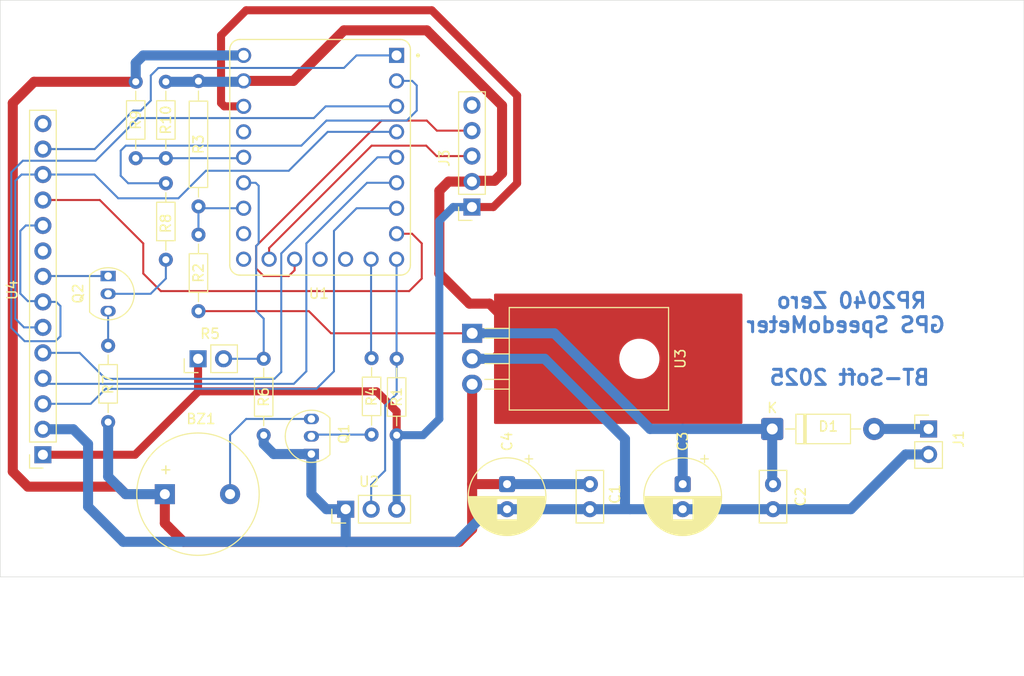
<source format=kicad_pcb>
(kicad_pcb (version 20241229) (generator "pcbnew") (generator_version "9.0")
  (title_block (title "Pico GPS Spedometer") (date "2025-09-07") (company "BT-Soft") (comment 1 "Without 18650 LiIon accumulator and BMS"))
  (layers (0 "F.Cu" signal) (2 "B.Cu" signal) (13 "F.Paste" user) (15 "B.Paste" user) (5 "F.SilkS" user "F.Silkscreen") (7 "B.SilkS" user "B.Silkscreen") (1 "F.Mask" user) (3 "B.Mask" user) (25 "Edge.Cuts" user))
  (net 0 "")
  (net 1 "Net-(BZ1--)")
  (net 2 "+5V")
  (net 3 "GND")
  (net 4 "V-IN-MEAS")
  (net 6 "Net-(D1-A)")
  (net 7 "+3V3")
  (net 8 "GPS_TXD")
  (net 12 "GPS_RXD")
  (net 13 "Net-(Q1-B)")
  (net 14 "Net-(U1-GP8)")
  (net 16 "Net-(U1-GP28)")
  (net 17 "Net-(U1-GP27)")
  (net 19 "Net-(U1-GP26)")
  (net 20 "Net-(U1-GP9)")
  (net 21 "/MISO")
  (net 22 "/RST")
  (net 23 "/SCK")
  (net 24 "Net-(Q2-B)")
  (net 25 "/DC")
  (net 26 "/T_CS")
  (net 27 "/CS")
  (net 28 "/MOSI")
  (net 30 "Net-(Q2-E)")
  (net 31 "Net-(Q2-C)")
  (net 32 "Net-(U1-GP1)")
  (footprint "Connector_PinHeader_2.54mm:PinHeader_1x03_P2.54mm_Vertical" (layer "F.Cu") (at 84.42 75.75 90)
    (property "Reference" "U2" (at 2.75 2.33 180) (layer "F.SilkS"))
    (property "Value" "DS18B20")
    (pad "1" thru_hole rect (at 0 0 90) (size 1.7 1.7) (drill 1) (layers "*.Cu" "*.Mask") (net 3 "GND"))
    (pad "2" thru_hole circle (at 0 2.54 90) (size 1.7 1.7) (drill 1) (layers "*.Cu" "*.Mask") (net 14 "Net-(U1-GP8)"))
    (pad "3" thru_hole circle (at 0 5.08 90) (size 1.7 1.7) (drill 1) (layers "*.Cu" "*.Mask") (net 7 "+3V3"))
  )
  (footprint "Connector_PinSocket_2.54mm:PinSocket_1x05_P2.54mm_Vertical" (layer "F.Cu") (at 97 45.62 180)
    (property "Reference" "J3" (at 2.75 4.87 90) (layer "F.SilkS"))
    (property "Value" "uBlox NEO GPS (6M/8M)")
    (pad "1" thru_hole rect (at 0 0 180) (size 1.7 1.7) (drill 1) (layers "*.Cu" "*.Mask") (net 7 "+3V3"))
    (pad "2" thru_hole circle (at 0 2.54 180) (size 1.7 1.7) (drill 1) (layers "*.Cu" "*.Mask") (net 3 "GND"))
    (pad "3" thru_hole circle (at 0 5.08 180) (size 1.7 1.7) (drill 1) (layers "*.Cu" "*.Mask") (net 8 "GPS_TXD"))
    (pad "4" thru_hole circle (at 0 7.62 180) (size 1.7 1.7) (drill 1) (layers "*.Cu" "*.Mask") (net 12 "GPS_RXD"))
    (pad "5" thru_hole circle (at 0 10.16 180) (size 1.7 1.7) (drill 1) (layers "*.Cu" "*.Mask"))
  )
  (footprint "Package_TO_SOT_THT:TO-92_Inline" (layer "F.Cu") (at 60.75 53 -90)
    (property "Reference" "Q2" (at 1.25 3 90) (layer "F.SilkS"))
    (property "Value" "PN2222A")
    (pad "1" thru_hole rect (at -0.5 0 270) (size 1.05 1.5) (drill 0.75) (layers "*.Cu" "*.Mask") (net 30 "Net-(Q2-E)"))
    (pad "2" thru_hole oval (at 1.27 0 270) (size 1.05 1.5) (drill 0.75) (layers "*.Cu" "*.Mask") (net 24 "Net-(Q2-B)"))
    (pad "3" thru_hole oval (at 3 0 270) (size 1.05 1.5) (drill 0.75) (layers "*.Cu" "*.Mask") (net 31 "Net-(Q2-C)"))
  )
  (footprint "MountingHole:MountingHole_3.2mm_M3" (layer "F.Cu") (at 55.5 28.5)
    (property "Reference" "REF**" (hide yes))
    (property "Value" "MountingHole_3.2mm_M3" (hide yes))
    (pad "" np_thru_hole circle (at 0 0) (size 3.2 3.2) (drill 3.2) (layers "*.Cu" "*.Mask"))
  )
  (footprint "Package_TO_SOT_THT:TO-220-3_Horizontal_TabDown" (layer "F.Cu") (at 97.02 58.21 -90)
    (property "Reference" "U3" (at 2.54 -20.75 90) (layer "F.SilkS"))
    (property "Value" "LM7805_TO220")
    (pad "" np_thru_hole circle (at 2.54 -16.66 270) (size 3.5 3.5) (drill 3.5) (layers "*.Cu" "*.Mask"))
    (pad "1" thru_hole rect (at 0 0 270) (size 1.905 2) (drill 1.1) (layers "*.Cu" "*.Mask") (net 4 "V-IN-MEAS"))
    (pad "2" thru_hole oval (at 2.54 0 270) (size 1.905 2) (drill 1.1) (layers "*.Cu" "*.Mask") (net 3 "GND"))
    (pad "3" thru_hole oval (at 5.08 0 270) (size 1.905 2) (drill 1.1) (layers "*.Cu" "*.Mask") (net 2 "+5V"))
  )
  (footprint "Diode_THT:D_DO-41_SOD81_P10.16mm_Horizontal" (layer "F.Cu") (at 126.92 67.75)
    (property "Reference" "D1" (at 5.58 -0.25 0) (layer "F.SilkS"))
    (property "Value" "1N4001")
    (fp_text user "K" (at 0 -2.1 0) (layer "F.SilkS"))
    (pad "1" thru_hole roundrect (at 0 0) (size 2.2 2.2) (drill 1.1) (layers "*.Cu" "*.Mask") (roundrect_rratio 0.113636) (net 4 "V-IN-MEAS"))
    (pad "2" thru_hole circle (at 10.16 0) (size 2.2 2.2) (drill 1.1) (layers "*.Cu" "*.Mask") (net 6 "Net-(D1-A)"))
  )
  (footprint "MountingHole:MountingHole_3.2mm_M3" (layer "F.Cu") (at 55.5 78.75)
    (property "Reference" "REF**" (hide yes))
    (property "Value" "MountingHole_3.2mm_M3" (hide yes))
    (pad "" np_thru_hole circle (at 0 0) (size 3.2 3.2) (drill 3.2) (layers "*.Cu" "*.Mask"))
  )
  (footprint "Resistor_THT:R_Axial_DIN0204_L3.6mm_D1.6mm_P7.62mm_Horizontal" (layer "F.Cu") (at 69.75 45.56 90)
    (property "Reference" "R3" (at 6.195 0 90) (layer "F.SilkS"))
    (property "Value" "4k7")
    (pad "1" thru_hole circle (at 0 0 90) (size 1.4 1.4) (drill 0.7) (layers "*.Cu" "*.Mask") (net 19 "Net-(U1-GP26)"))
    (pad "2" thru_hole circle (at 12.5 0 90) (size 1.4 1.4) (drill 0.7) (layers "*.Cu" "*.Mask") (net 3 "GND"))
  )
  (footprint "Capacitor_THT:CP_Radial_D7.5mm_P2.50mm" (layer "F.Cu") (at 100.5 73.25 -90)
    (property "Reference" "C4" (at -4.25 0 90) (layer "F.SilkS"))
    (property "Value" "47uF")
    (pad "1" thru_hole roundrect (at 0 0 270) (size 1.6 1.6) (drill 0.8) (layers "*.Cu" "*.Mask") (roundrect_rratio 0.15625) (net 2 "+5V"))
    (pad "2" thru_hole circle (at 2.5 0 270) (size 1.6 1.6) (drill 0.8) (layers "*.Cu" "*.Mask") (net 3 "GND"))
  )
  (footprint "Connector_PinSocket_2.54mm:PinSocket_1x14_P2.54mm_Vertical" (layer "F.Cu") (at 54.25 70.32 180)
    (property "Reference" "U4" (at 3.055 16.4225 90) (layer "F.SilkS"))
    (property "Value" "TFT_320x240")
    (pad "1" thru_hole rect (at 0 0 180) (size 1.7 1.7) (drill 1) (layers "*.Cu" "*.Mask") (net 7 "+3V3"))
    (pad "2" thru_hole circle (at 0 2.54 180) (size 1.7 1.7) (drill 1) (layers "*.Cu" "*.Mask") (net 3 "GND"))
    (pad "3" thru_hole circle (at 0 5.08 180) (size 1.7 1.7) (drill 1) (layers "*.Cu" "*.Mask") (net 27 "/CS"))
    (pad "4" thru_hole circle (at 0 7.62 180) (size 1.7 1.7) (drill 1) (layers "*.Cu" "*.Mask") (net 22 "/RST"))
    (pad "5" thru_hole circle (at 0 10.16 180) (size 1.7 1.7) (drill 1) (layers "*.Cu" "*.Mask") (net 25 "/DC"))
    (pad "6" thru_hole circle (at 0 12.7 180) (size 1.7 1.7) (drill 1) (layers "*.Cu" "*.Mask") (net 28 "/MOSI"))
    (pad "7" thru_hole circle (at 0 15.24 180) (size 1.7 1.7) (drill 1) (layers "*.Cu" "*.Mask") (net 23 "/SCK"))
    (pad "8" thru_hole circle (at 0 17.78 180) (size 1.7 1.7) (drill 1) (layers "*.Cu" "*.Mask") (net 30 "Net-(Q2-E)"))
    (pad "9" thru_hole circle (at 0 20.32 180) (size 1.7 1.7) (drill 1) (layers "*.Cu" "*.Mask"))
    (pad "10" thru_hole circle (at 0 22.86 180) (size 1.7 1.7) (drill 1) (layers "*.Cu" "*.Mask") (net 23 "/SCK"))
    (pad "11" thru_hole circle (at 0 25.4 180) (size 1.7 1.7) (drill 1) (layers "*.Cu" "*.Mask") (net 26 "/T_CS"))
    (pad "12" thru_hole circle (at 0 27.94 180) (size 1.7 1.7) (drill 1) (layers "*.Cu" "*.Mask") (net 28 "/MOSI"))
    (pad "13" thru_hole circle (at 0 30.48 180) (size 1.7 1.7) (drill 1) (layers "*.Cu" "*.Mask") (net 21 "/MISO"))
    (pad "14" thru_hole circle (at 0 33.02 180) (size 1.7 1.7) (drill 1) (layers "*.Cu" "*.Mask"))
  )
  (footprint "MountingHole:MountingHole_3.2mm_M3" (layer "F.Cu") (at 109.25 30.25)
    (property "Reference" "REF**" (hide yes))
    (property "Value" "MountingHole_3.2mm_M3" (hide yes))
    (pad "" np_thru_hole circle (at 0 0) (size 3.2 3.2) (drill 3.2) (layers "*.Cu" "*.Mask"))
  )
  (footprint "Resistor_THT:R_Axial_DIN0204_L3.6mm_D1.6mm_P7.62mm_Horizontal" (layer "F.Cu") (at 60.75 67.06 90)
    (property "Reference" "R7" (at 3.75 0 90) (layer "F.SilkS"))
    (property "Value" "330")
    (pad "1" thru_hole circle (at 0 0 90) (size 1.4 1.4) (drill 0.7) (layers "*.Cu" "*.Mask") (net 2 "+5V"))
    (pad "2" thru_hole circle (at 7.62 0 90) (size 1.4 1.4) (drill 0.7) (layers "*.Cu" "*.Mask") (net 31 "Net-(Q2-C)"))
  )
  (footprint "Package_TO_SOT_THT:TO-92_Inline" (layer "F.Cu") (at 81 69.75 90)
    (property "Reference" "Q1" (at 1.5 3.25 90) (layer "F.SilkS"))
    (property "Value" "PN2222A")
    (pad "1" thru_hole rect (at -0.5 0 90) (size 1.05 1.5) (drill 0.75) (layers "*.Cu" "*.Mask") (net 3 "GND"))
    (pad "2" thru_hole oval (at 1.27 0 90) (size 1.05 1.5) (drill 0.75) (layers "*.Cu" "*.Mask") (net 13 "Net-(Q1-B)"))
    (pad "3" thru_hole oval (at 3 0 90) (size 1.05 1.5) (drill 0.75) (layers "*.Cu" "*.Mask") (net 1 "Net-(BZ1--)"))
  )
  (footprint "Resistor_THT:R_Axial_DIN0204_L3.6mm_D1.6mm_P7.62mm_Horizontal" (layer "F.Cu") (at 66.5 50.87 90)
    (property "Reference" "R8" (at 3.62 0 90) (layer "F.SilkS"))
    (property "Value" "4k7")
    (pad "1" thru_hole circle (at 0 0 90) (size 1.4 1.4) (drill 0.7) (layers "*.Cu" "*.Mask") (net 24 "Net-(Q2-B)"))
    (pad "2" thru_hole circle (at 7.62 0 90) (size 1.4 1.4) (drill 0.7) (layers "*.Cu" "*.Mask") (net 32 "Net-(U1-GP1)"))
  )
  (footprint "Resistor_THT:R_Axial_DIN0204_L3.6mm_D1.6mm_P7.62mm_Horizontal" (layer "F.Cu") (at 66.5 40.75 90)
    (property "Reference" "R10" (at 3.81 0 90) (layer "F.SilkS"))
    (property "Value" "10k")
    (pad "1" thru_hole circle (at 0 0 90) (size 1.4 1.4) (drill 0.7) (layers "*.Cu" "*.Mask") (net 16 "Net-(U1-GP28)"))
    (pad "2" thru_hole circle (at 7.62 0 90) (size 1.4 1.4) (drill 0.7) (layers "*.Cu" "*.Mask") (net 3 "GND"))
  )
  (footprint "Resistor_THT:R_Axial_DIN0204_L3.6mm_D1.6mm_P7.62mm_Horizontal" (layer "F.Cu") (at 87 60.69 -90)
    (property "Reference" "R4" (at 3.81 0 90) (layer "F.SilkS"))
    (property "Value" "4k7")
    (pad "1" thru_hole circle (at 0 0 270) (size 1.4 1.4) (drill 0.7) (layers "*.Cu" "*.Mask") (net 20 "Net-(U1-GP9)"))
    (pad "2" thru_hole circle (at 7.62 0 270) (size 1.4 1.4) (drill 0.7) (layers "*.Cu" "*.Mask") (net 13 "Net-(Q1-B)"))
  )
  (footprint "Capacitor_THT:C_Disc_D5.0mm_W2.5mm_P2.50mm" (layer "F.Cu") (at 127 73.25 -90)
    (property "Reference" "C2" (at 1.25 -2.75 90) (layer "F.SilkS"))
    (property "Value" "100nF")
    (pad "1" thru_hole circle (at 0 0 270) (size 1.6 1.6) (drill 0.8) (layers "*.Cu" "*.Mask") (net 4 "V-IN-MEAS"))
    (pad "2" thru_hole circle (at 2.5 0 270) (size 1.6 1.6) (drill 0.8) (layers "*.Cu" "*.Mask") (net 3 "GND"))
  )
  (footprint "Connector_PinHeader_2.54mm:PinHeader_1x02_P2.54mm_Vertical" (layer "F.Cu") (at 69.71 60.75 90)
    (property "Reference" "R5" (at 2.5 1.195 180) (layer "F.SilkS"))
    (property "Value" "GL5516")
    (pad "1" thru_hole rect (at 0 0 90) (size 1.7 1.7) (drill 1) (layers "*.Cu" "*.Mask") (net 7 "+3V3"))
    (pad "2" thru_hole circle (at 0 2.54 90) (size 1.7 1.7) (drill 1) (layers "*.Cu" "*.Mask") (net 17 "Net-(U1-GP27)"))
  )
  (footprint "Connector_PinHeader_2.54mm:PinHeader_1x02_P2.54mm_Vertical" (layer "F.Cu") (at 142.5 67.75)
    (property "Reference" "J1" (at 3 1 90) (layer "F.SilkS"))
    (property "Value" "Akkumulátor be")
    (pad "1" thru_hole rect (at 0 0) (size 1.7 1.7) (drill 1) (layers "*.Cu" "*.Mask") (net 6 "Net-(D1-A)"))
    (pad "2" thru_hole circle (at 0 2.54) (size 1.7 1.7) (drill 1) (layers "*.Cu" "*.Mask") (net 3 "GND"))
  )
  (footprint "MountingHole:MountingHole_3.2mm_M3" (layer "F.Cu") (at 147.25 28.5)
    (property "Reference" "REF**" (hide yes))
    (property "Value" "MountingHole_3.2mm_M3" (hide yes))
    (pad "" np_thru_hole circle (at 0 0) (size 3.2 3.2) (drill 3.2) (layers "*.Cu" "*.Mask"))
  )
  (footprint "MountingHole:MountingHole_3.2mm_M3" (layer "F.Cu") (at 147.5 78.75)
    (property "Reference" "REF**" (hide yes))
    (property "Value" "MountingHole_3.2mm_M3" (hide yes))
    (pad "" np_thru_hole circle (at 0 0) (size 3.2 3.2) (drill 3.2) (layers "*.Cu" "*.Mask"))
  )
  (footprint "Resistor_THT:R_Axial_DIN0204_L3.6mm_D1.6mm_P7.62mm_Horizontal" (layer "F.Cu") (at 63.5 33.13 -90)
    (property "Reference" "R9" (at 3.81 0 270) (layer "F.SilkS"))
    (property "Value" "4k7")
    (pad "1" thru_hole circle (at 0 0 270) (size 1.4 1.4) (drill 0.7) (layers "*.Cu" "*.Mask") (net 2 "+5V"))
    (pad "2" thru_hole circle (at 7.62 0 270) (size 1.4 1.4) (drill 0.7) (layers "*.Cu" "*.Mask") (net 16 "Net-(U1-GP28)"))
  )
  (footprint "MountingHole:MountingHole_3.2mm_M3" (layer "F.Cu") (at 109.25 50.5)
    (property "Reference" "REF**" (hide yes))
    (property "Value" "MountingHole_3.2mm_M3" (hide yes))
    (pad "" np_thru_hole circle (at 0 0) (size 3.2 3.2) (drill 3.2) (layers "*.Cu" "*.Mask"))
  )
  (footprint "Capacitor_THT:CP_Radial_D7.5mm_P2.50mm" (layer "F.Cu") (at 118 73.25 -90)
    (property "Reference" "C3" (at -4.25 0 90) (layer "F.SilkS"))
    (property "Value" "47uF")
    (pad "1" thru_hole roundrect (at 0 0 270) (size 1.6 1.6) (drill 0.8) (layers "*.Cu" "*.Mask") (roundrect_rratio 0.15625) (net 4 "V-IN-MEAS"))
    (pad "2" thru_hole circle (at 2.5 0 270) (size 1.6 1.6) (drill 0.8) (layers "*.Cu" "*.Mask") (net 3 "GND"))
  )
  (footprint "Buzzer_Beeper:Buzzer_12x9.5RM7.6" (layer "F.Cu") (at 65.9 74.25)
    (property "Reference" "BZ1" (at 4.1 -7.5 0) (layer "F.SilkS"))
    (property "Value" "Buzzer")
    (fp_text user "+" (at 0.6 -2.5 0) (layer "F.SilkS"))
    (pad "1" thru_hole rect (at 0.5 0) (size 2 2) (drill 1) (layers "*.Cu" "*.Mask") (net 2 "+5V"))
    (pad "2" thru_hole circle (at 7 0) (size 2 2) (drill 1) (layers "*.Cu" "*.Mask") (net 1 "Net-(BZ1--)"))
  )
  (footprint "Module:MODULE_RP2040-ZERO" (layer "F.Cu") (at 81.87 40.66)
    (property "Reference" "U1" (at -0.12 13.59 0) (layer "F.SilkS"))
    (property "Value" "RP2040-ZERO")
    (pad "1" thru_hole rect (at 7.62 -10.16) (size 1.508 1.508) (drill 1) (layers "*.Cu" "*.Mask") (net 21 "/MISO"))
    (pad "2" thru_hole circle (at 7.62 -7.62) (size 1.508 1.508) (drill 1) (layers "*.Cu" "*.Mask") (net 32 "Net-(U1-GP1)"))
    (pad "3" thru_hole circle (at 7.62 -5.08) (size 1.508 1.508) (drill 1) (layers "*.Cu" "*.Mask") (net 23 "/SCK"))
    (pad "4" thru_hole circle (at 7.62 -2.54) (size 1.508 1.508) (drill 1) (layers "*.Cu" "*.Mask") (net 28 "/MOSI"))
    (pad "5" thru_hole circle (at 7.62 0) (size 1.508 1.508) (drill 1) (layers "*.Cu" "*.Mask") (net 25 "/DC"))
    (pad "6" thru_hole circle (at 7.62 2.54) (size 1.508 1.508) (drill 1) (layers "*.Cu" "*.Mask") (net 22 "/RST"))
    (pad "7" thru_hole circle (at 7.62 5.08) (size 1.508 1.508) (drill 1) (layers "*.Cu" "*.Mask") (net 27 "/CS"))
    (pad "8" thru_hole circle (at 7.62 7.62) (size 1.508 1.508) (drill 1) (layers "*.Cu" "*.Mask") (net 26 "/T_CS"))
    (pad "9" thru_hole circle (at 7.62 10.16) (size 1.508 1.508) (drill 1) (layers "*.Cu" "*.Mask") (net 14 "Net-(U1-GP8)"))
    (pad "10" thru_hole circle (at 5.08 10.16) (size 1.508 1.508) (drill 1) (layers "*.Cu" "*.Mask") (net 20 "Net-(U1-GP9)"))
    (pad "11" thru_hole circle (at 2.54 10.16) (size 1.508 1.508) (drill 1) (layers "*.Cu" "*.Mask"))
    (pad "12" thru_hole circle (at 0 10.16) (size 1.508 1.508) (drill 1) (layers "*.Cu" "*.Mask"))
    (pad "13" thru_hole circle (at -2.54 10.16) (size 1.508 1.508) (drill 1) (layers "*.Cu" "*.Mask") (net 12 "GPS_RXD"))
    (pad "14" thru_hole circle (at -5.08 10.16) (size 1.508 1.508) (drill 1) (layers "*.Cu" "*.Mask") (net 8 "GPS_TXD"))
    (pad "15" thru_hole circle (at -7.62 10.16) (size 1.508 1.508) (drill 1) (layers "*.Cu" "*.Mask"))
    (pad "16" thru_hole circle (at -7.62 7.62) (size 1.508 1.508) (drill 1) (layers "*.Cu" "*.Mask"))
    (pad "17" thru_hole circle (at -7.62 5.08) (size 1.508 1.508) (drill 1) (layers "*.Cu" "*.Mask") (net 19 "Net-(U1-GP26)"))
    (pad "18" thru_hole circle (at -7.62 2.54) (size 1.508 1.508) (drill 1) (layers "*.Cu" "*.Mask") (net 17 "Net-(U1-GP27)"))
    (pad "19" thru_hole circle (at -7.62 0) (size 1.508 1.508) (drill 1) (layers "*.Cu" "*.Mask") (net 16 "Net-(U1-GP28)"))
    (pad "20" thru_hole circle (at -7.62 -2.54) (size 1.508 1.508) (drill 1) (layers "*.Cu" "*.Mask"))
    (pad "21" thru_hole circle (at -7.62 -5.08) (size 1.508 1.508) (drill 1) (layers "*.Cu" "*.Mask") (net 7 "+3V3"))
    (pad "22" thru_hole circle (at -7.62 -7.62) (size 1.508 1.508) (drill 1) (layers "*.Cu" "*.Mask") (net 3 "GND"))
    (pad "23" thru_hole circle (at -7.62 -10.16) (size 1.508 1.508) (drill 1) (layers "*.Cu" "*.Mask") (net 2 "+5V"))
  )
  (footprint "Resistor_THT:R_Axial_DIN0204_L3.6mm_D1.6mm_P7.62mm_Horizontal" (layer "F.Cu") (at 89.5 68.37 90)
    (property "Reference" "R1" (at 3.81 0 90) (layer "F.SilkS"))
    (property "Value" "4k7")
    (pad "1" thru_hole circle (at 0 0 90) (size 1.4 1.4) (drill 0.7) (layers "*.Cu" "*.Mask") (net 7 "+3V3"))
    (pad "2" thru_hole circle (at 7.62 0 90) (size 1.4 1.4) (drill 0.7) (layers "*.Cu" "*.Mask") (net 14 "Net-(U1-GP8)"))
  )
  (footprint "Resistor_THT:R_Axial_DIN0204_L3.6mm_D1.6mm_P7.62mm_Horizontal" (layer "F.Cu") (at 69.75 56 90)
    (property "Reference" "R2" (at 3.81 0 90) (layer "F.SilkS"))
    (property "Value" "15k")
    (pad "1" thru_hole circle (at 0 0 90) (size 1.4 1.4) (drill 0.7) (layers "*.Cu" "*.Mask") (net 4 "V-IN-MEAS"))
    (pad "2" thru_hole circle (at 7.62 0 90) (size 1.4 1.4) (drill 0.7) (layers "*.Cu" "*.Mask") (net 19 "Net-(U1-GP26)"))
  )
  (footprint "Capacitor_THT:C_Disc_D5.0mm_W2.5mm_P2.50mm" (layer "F.Cu") (at 108.75 73.25 -90)
    (property "Reference" "C1" (at 1 -2.5 90) (layer "F.SilkS"))
    (property "Value" "100nF")
    (pad "1" thru_hole circle (at 0 0 270) (size 1.6 1.6) (drill 0.8) (layers "*.Cu" "*.Mask") (net 2 "+5V"))
    (pad "2" thru_hole circle (at 2.5 0 270) (size 1.6 1.6) (drill 0.8) (layers "*.Cu" "*.Mask") (net 3 "GND"))
  )
  (footprint "Resistor_THT:R_Axial_DIN0204_L3.6mm_D1.6mm_P7.62mm_Horizontal" (layer "F.Cu") (at 76.25 60.75 -90)
    (property "Reference" "R6" (at 3.81 0 90) (layer "F.SilkS"))
    (property "Value" "10k")
    (pad "1" thru_hole circle (at 0 0 270) (size 1.4 1.4) (drill 0.7) (layers "*.Cu" "*.Mask") (net 17 "Net-(U1-GP27)"))
    (pad "2" thru_hole circle (at 7.62 0 270) (size 1.4 1.4) (drill 0.7) (layers "*.Cu" "*.Mask") (net 3 "GND"))
  )
  (gr_rect (start 50 25) (end 152 82.5) (stroke (width 0.05)) (fill no) (layer "Edge.Cuts"))
  (gr_text "RP2040 Zero \nGPS SpeedoMeter" (at 134.25 58.25 0) (layer "B.Cu") (effects (font (size 1.5 1.5) (thickness 0.3) (bold yes)) (justify bottom mirror)))
  (gr_text "BT-Soft 2025" (at 142.75 63.5 0) (layer "B.Cu") (effects (font (size 1.5 1.5) (thickness 0.3) (bold yes)) (justify left bottom mirror)))
  (segment (start 72.9 74.25) (end 72.9 68.35) (width 0.2) (layer "B.Cu") (net 1))
  (segment (start 74.5 66.75) (end 81 66.75) (width 0.2) (layer "B.Cu") (net 1))
  (segment (start 72.9 68.35) (end 74.5 66.75) (width 0.2) (layer "B.Cu") (net 1))
  (segment (start 97.02 73.25) (end 97.02 63.29) (width 1) (layer "F.Cu") (net 2))
  (segment (start 51.25 35.25) (end 53.37 33.13) (width 1) (layer "F.Cu") (net 2))
  (segment (start 97.02 73.25) (end 97.02 77.73) (width 1) (layer "F.Cu") (net 2))
  (segment (start 51.25 72) (end 51.25 35.25) (width 1) (layer "F.Cu") (net 2))
  (segment (start 52.75 73.5) (end 51.25 72) (width 1) (layer "F.Cu") (net 2))
  (segment (start 68.25 79) (end 66.75 77.5) (width 1) (layer "F.Cu") (net 2))
  (segment (start 61.75 73.5) (end 52.75 73.5) (width 1) (layer "F.Cu") (net 2))
  (segment (start 66.4 77.15) (end 66.75 77.5) (width 1) (layer "F.Cu") (net 2))
  (segment (start 95.75 79) (end 68.25 79) (width 1) (layer "F.Cu") (net 2))
  (segment (start 62.5 74.25) (end 61.75 73.5) (width 1) (layer "F.Cu") (net 2))
  (segment (start 66.75 74.25) (end 62.5 74.25) (width 1) (layer "F.Cu") (net 2))
  (segment (start 53.37 33.13) (end 63.5 33.13) (width 1) (layer "F.Cu") (net 2))
  (segment (start 100.5 73.25) (end 97.02 73.25) (width 1) (layer "F.Cu") (net 2))
  (segment (start 97.02 77.73) (end 95.75 79) (width 1) (layer "F.Cu") (net 2))
  (segment (start 66.4 74.25) (end 66.4 77.15) (width 1) (layer "F.Cu") (net 2))
  (segment (start 60.75 67.06) (end 60.75 72.5) (width 1) (layer "B.Cu") (net 2))
  (segment (start 64.25 30.5) (end 74.25 30.5) (width 1) (layer "B.Cu") (net 2))
  (segment (start 63.5 33.13) (end 63.5 31.25) (width 1) (layer "B.Cu") (net 2))
  (segment (start 63.5 31.25) (end 64.25 30.5) (width 1) (layer "B.Cu") (net 2))
  (segment (start 62.5 74.25) (end 65.9 74.25) (width 1) (layer "B.Cu") (net 2))
  (segment (start 100.5 73.25) (end 108.75 73.25) (width 1) (layer "B.Cu") (net 2))
  (segment (start 60.75 72.5) (end 62.5 74.25) (width 1) (layer "B.Cu") (net 2))
  (segment (start 99.25 60.75) (end 97.02 60.75) (width 1) (layer "F.Cu") (net 3))
  (segment (start 96.75 55.25) (end 98.75 55.25) (width 1) (layer "F.Cu") (net 3))
  (segment (start 100 42.25) (end 99.25 43) (width 1) (layer "F.Cu") (net 3))
  (segment (start 97 43.08) (end 94.67 43.08) (width 1) (layer "F.Cu") (net 3))
  (segment (start 93.75 44) (end 93.75 52.25) (width 1) (layer "F.Cu") (net 3))
  (segment (start 99.75 56.25) (end 99.75 60.25) (width 1) (layer "F.Cu") (net 3))
  (segment (start 99.25 43) (end 97.08 43) (width 1) (layer "F.Cu") (net 3))
  (segment (start 100 35.5) (end 100 42.25) (width 1) (layer "F.Cu") (net 3))
  (segment (start 94.67 43.08) (end 93.75 44) (width 1) (layer "F.Cu") (net 3))
  (segment (start 92.5 28) (end 100 35.5) (width 1) (layer "F.Cu") (net 3))
  (segment (start 79.21 33.04) (end 84.25 28) (width 1) (layer "F.Cu") (net 3))
  (segment (start 97.08 43) (end 97 43.08) (width 0.2) (layer "F.Cu") (net 3))
  (segment (start 74.25 33.04) (end 79.21 33.04) (width 1) (layer "F.Cu") (net 3))
  (segment (start 84.25 28) (end 92.5 28) (width 1) (layer "F.Cu") (net 3))
  (segment (start 99.75 60.25) (end 99.25 60.75) (width 1) (layer "F.Cu") (net 3))
  (segment (start 98.75 55.25) (end 99.75 56.25) (width 1) (layer "F.Cu") (net 3))
  (segment (start 93.75 52.25) (end 96.75 55.25) (width 1) (layer "F.Cu") (net 3))
  (segment (start 108.75 75.75) (end 100.5 75.75) (width 1) (layer "B.Cu") (net 3))
  (segment (start 142.5 70.29) (end 140.21 70.29) (width 1) (layer "B.Cu") (net 3))
  (segment (start 104.25 60.75) (end 112.25 68.75) (width 1) (layer "B.Cu") (net 3))
  (segment (start 54.28 67.75) (end 54.25 67.78) (width 0.2) (layer "B.Cu") (net 3))
  (segment (start 81 74.25) (end 81 70.25) (width 1) (layer "B.Cu") (net 3))
  (segment (start 84.42 75.75) (end 84.17 75.5) (width 0.2) (layer "B.Cu") (net 3))
  (segment (start 84.42 78.92) (end 84.42 75.75) (width 1) (layer "B.Cu") (net 3))
  (segment (start 58.75 69.25) (end 57.28 67.78) (width 1) (layer "B.Cu") (net 3))
  (segment (start 98.75 75.75) (end 95.5 79) (width 1) (layer "B.Cu") (net 3))
  (segment (start 84.42 75.75) (end 82.5 75.75) (width 1) (layer "B.Cu") (net 3))
  (segment (start 77.25 70.25) (end 76.25 69.25) (width 1) (layer "B.Cu") (net 3))
  (segment (start 58.75 75.5) (end 58.75 69.25) (width 1) (layer "B.Cu") (net 3))
  (segment (start 112.25 68.75) (end 112.25 75.25) (width 1) (layer "B.Cu") (net 3))
  (segment (start 97.02 60.75) (end 104.25 60.75) (width 1) (layer "B.Cu") (net 3))
  (segment (start 62.25 79) (end 58.75 75.5) (width 1) (layer "B.Cu") (net 3))
  (segment (start 112.75 75.75) (end 108.75 75.75) (width 1) (layer "B.Cu") (net 3))
  (segment (start 84.5 79) (end 84.42 78.92) (width 1) (layer "B.Cu") (net 3))
  (segment (start 97.08 43) (end 97 43.08) (width 0.2) (layer "B.Cu") (net 3))
  (segment (start 76.25 69.25) (end 76.25 68.37) (width 1) (layer "B.Cu") (net 3))
  (segment (start 84.5 79) (end 62.25 79) (width 1) (layer "B.Cu") (net 3))
  (segment (start 134.75 75.75) (end 127 75.75) (width 1) (layer "B.Cu") (net 3))
  (segment (start 82.5 75.75) (end 81 74.25) (width 1) (layer "B.Cu") (net 3))
  (segment (start 100.5 75.75) (end 98.75 75.75) (width 1) (layer "B.Cu") (net 3))
  (segment (start 127 75.75) (end 118 75.75) (width 1) (layer "B.Cu") (net 3))
  (segment (start 74.16 33.13) (end 74.25 33.04) (width 0.2) (layer "B.Cu") (net 3))
  (segment (start 66.5 33.13) (end 74.16 33.13) (width 1) (layer "B.Cu") (net 3))
  (segment (start 81 70.25) (end 77.25 70.25) (width 1) (layer "B.Cu") (net 3))
  (segment (start 118 75.75) (end 112.75 75.75) (width 1) (layer "B.Cu") (net 3))
  (segment (start 57.28 67.78) (end 54.25 67.78) (width 1) (layer "B.Cu") (net 3))
  (segment (start 95.5 79) (end 84.5 79) (width 1) (layer "B.Cu") (net 3))
  (segment (start 140.21 70.29) (end 134.75 75.75) (width 1) (layer "B.Cu") (net 3))
  (segment (start 97.02 58.21) (end 82.96 58.21) (width 0.2) (layer "F.Cu") (net 4))
  (segment (start 82.96 58.21) (end 80.75 56) (width 0.2) (layer "F.Cu") (net 4))
  (segment (start 80.75 56) (end 69.75 56) (width 0.2) (layer "F.Cu") (net 4))
  (segment (start 118 67.75) (end 126.92 67.75) (width 1) (layer "B.Cu") (net 4))
  (segment (start 97.02 58.21) (end 105.21 58.21) (width 1) (layer "B.Cu") (net 4))
  (segment (start 126.92 73.17) (end 127 73.25) (width 0.2) (layer "B.Cu") (net 4))
  (segment (start 114.75 67.75) (end 118 67.75) (width 1) (layer "B.Cu") (net 4))
  (segment (start 126.92 67.75) (end 126.92 73.17) (width 1) (layer "B.Cu") (net 4))
  (segment (start 105.21 58.21) (end 114.75 67.75) (width 1) (layer "B.Cu") (net 4))
  (segment (start 118 67.75) (end 118 73.25) (width 1) (layer "B.Cu") (net 4))
  (segment (start 142.5 67.75) (end 137.08 67.75) (width 1) (layer "B.Cu") (net 6))
  (segment (start 89.5 68.37) (end 89.5 66) (width 0.8) (layer "F.Cu") (net 7))
  (segment (start 69.75 64) (end 69.71 64.04) (width 0.2) (layer "F.Cu") (net 7))
  (segment (start 87.5 64) (end 69.75 64) (width 0.8) (layer "F.Cu") (net 7))
  (segment (start 72 28.5) (end 74.5 26) (width 0.8) (layer "F.Cu") (net 7))
  (segment (start 93 26) (end 101.5 34.5) (width 0.8) (layer "F.Cu") (net 7))
  (segment (start 69.71 64.04) (end 69.71 60.75) (width 0.8) (layer "F.Cu") (net 7))
  (segment (start 54.25 70.32) (end 63.43 70.32) (width 0.8) (layer "F.Cu") (net 7))
  (segment (start 99.13 45.62) (end 97 45.62) (width 0.8) (layer "F.Cu") (net 7))
  (segment (start 72 35.25) (end 72 28.5) (width 0.8) (layer "F.Cu") (net 7))
  (segment (start 63.43 70.32) (end 69.71 64.04) (width 0.8) (layer "F.Cu") (net 7))
  (segment (start 89.5 66) (end 87.5 64) (width 0.8) (layer "F.Cu") (net 7))
  (segment (start 74.25 35.58) (end 72.33 35.58) (width 0.8) (layer "F.Cu") (net 7))
  (segment (start 101.5 34.5) (end 101.5 43.25) (width 0.8) (layer "F.Cu") (net 7))
  (segment (start 101.5 43.25) (end 99.13 45.62) (width 0.8) (layer "F.Cu") (net 7))
  (segment (start 74.5 26) (end 93 26) (width 0.8) (layer "F.Cu") (net 7))
  (segment (start 72.33 35.58) (end 72 35.25) (width 0.8) (layer "F.Cu") (net 7))
  (segment (start 95.13 45.62) (end 93.75 47) (width 0.8) (layer "B.Cu") (net 7))
  (segment (start 92.13 68.37) (end 89.5 68.37) (width 0.8) (layer "B.Cu") (net 7))
  (segment (start 97 45.62) (end 95.13 45.62) (width 0.8) (layer "B.Cu") (net 7))
  (segment (start 89.5 75.75) (end 89.5 68.37) (width 0.8) (layer "B.Cu") (net 7))
  (segment (start 93.75 47) (end 93.75 66.75) (width 0.8) (layer "B.Cu") (net 7))
  (segment (start 93.75 66.75) (end 92.13 68.37) (width 0.8) (layer "B.Cu") (net 7))
  (segment (start 92.444017 39.5) (end 87 39.5) (width 0.2) (layer "F.Cu") (net 8))
  (segment (start 97 40.54) (end 93.484017 40.54) (width 0.2) (layer "F.Cu") (net 8))
  (segment (start 93.484017 40.54) (end 92.444017 39.5) (width 0.2) (layer "F.Cu") (net 8))
  (segment (start 87 39.5) (end 76.79 49.71) (width 0.2) (layer "F.Cu") (net 8))
  (segment (start 76.79 49.71) (end 76.79 50.82) (width 0.2) (layer "F.Cu") (net 8))
  (segment (start 75.5 49.5) (end 75.5 51.75) (width 0.2) (layer "F.Cu") (net 12))
  (segment (start 93.5 38) (end 92.5 37) (width 0.2) (layer "F.Cu") (net 12))
  (segment (start 76.25 52.5) (end 78.75 52.5) (width 0.2) (layer "F.Cu") (net 12))
  (segment (start 88 37) (end 75.5 49.5) (width 0.2) (layer "F.Cu") (net 12))
  (segment (start 75.5 51.75) (end 76.25 52.5) (width 0.2) (layer "F.Cu") (net 12))
  (segment (start 79.33 51.92) (end 79.33 50.82) (width 0.2) (layer "F.Cu") (net 12))
  (segment (start 78.75 52.5) (end 79.33 51.92) (width 0.2) (layer "F.Cu") (net 12))
  (segment (start 97 38) (end 93.5 38) (width 0.2) (layer "F.Cu") (net 12))
  (segment (start 92.5 37) (end 88 37) (width 0.2) (layer "F.Cu") (net 12))
  (segment (start 87 68.31) (end 81.17 68.31) (width 0.2) (layer "B.Cu") (net 13))
  (segment (start 81.17 68.31) (end 81 68.48) (width 0.2) (layer "B.Cu") (net 13))
  (segment (start 81.29 68.31) (end 81.25 68.27) (width 0.2) (layer "B.Cu") (net 13))
  (segment (start 89.5 60.75) (end 89.5 64.25) (width 0.2) (layer "B.Cu") (net 14))
  (segment (start 89.49 50.82) (end 89.49 60.74) (width 0.2) (layer "B.Cu") (net 14))
  (segment (start 88.349 65.401) (end 88.349 71.901) (width 0.2) (layer "B.Cu") (net 14))
  (segment (start 89.49 60.74) (end 89.5 60.75) (width 0.2) (layer "B.Cu") (net 14))
  (segment (start 88.349 71.901) (end 86.96 73.29) (width 0.2) (layer "B.Cu") (net 14))
  (segment (start 89.5 64.25) (end 88.349 65.401) (width 0.2) (layer "B.Cu") (net 14))
  (segment (start 86.96 73.29) (end 86.96 75.75) (width 0.2) (layer "B.Cu") (net 14))
  (segment (start 74.16 40.75) (end 74.25 40.66) (width 0.2) (layer "B.Cu") (net 16))
  (segment (start 66.5 40.75) (end 74.16 40.75) (width 0.2) (layer "B.Cu") (net 16))
  (segment (start 63.5 40.75) (end 66.5 40.75) (width 0.2) (layer "B.Cu") (net 16))
  (segment (start 75.5 49.5) (end 75.5 56) (width 0.2) (layer "B.Cu") (net 17))
  (segment (start 75.75 43.5) (end 75.75 49.25) (width 0.2) (layer "B.Cu") (net 17))
  (segment (start 75.75 49.25) (end 75.5 49.5) (width 0.2) (layer "B.Cu") (net 17))
  (segment (start 76.25 56.75) (end 76.25 60.75) (width 0.2) (layer "B.Cu") (net 17))
  (segment (start 76.25 60.75) (end 72.25 60.75) (width 0.2) (layer "B.Cu") (net 17))
  (segment (start 75.45 43.2) (end 75.75 43.5) (width 0.2) (layer "B.Cu") (net 17))
  (segment (start 74.25 43.2) (end 75.45 43.2) (width 0.2) (layer "B.Cu") (net 17))
  (segment (start 75.5 56) (end 76.25 56.75) (width 0.2) (layer "B.Cu") (net 17))
  (segment (start 70 45.75) (end 69.75 45.5) (width 0.2) (layer "B.Cu") (net 19))
  (segment (start 69.75 45.5) (end 69.75 48.38) (width 0.2) (layer "B.Cu") (net 19))
  (segment (start 69.99 45.74) (end 69.75 45.5) (width 0.2) (layer "B.Cu") (net 19))
  (segment (start 74.25 45.74) (end 69.99 45.74) (width 0.2) (layer "B.Cu") (net 19))
  (segment (start 86.95 50.82) (end 86.95 60.64) (width 0.2) (layer "B.Cu") (net 20))
  (segment (start 86.95 60.64) (end 87 60.69) (width 0.2) (layer "B.Cu") (net 20))
  (segment (start 65 35) (end 64 36) (width 0.2) (layer "B.Cu") (net 21))
  (segment (start 84.25 31.75) (end 65.75 31.75) (width 0.2) (layer "B.Cu") (net 21))
  (segment (start 65 32.5) (end 65 35) (width 0.2) (layer "B.Cu") (net 21))
  (segment (start 89.49 30.5) (end 85.5 30.5) (width 0.2) (layer "B.Cu") (net 21))
  (segment (start 64 36) (end 63.25 36) (width 0.2) (layer "B.Cu") (net 21))
  (segment (start 85.5 30.5) (end 84.25 31.75) (width 0.2) (layer "B.Cu") (net 21))
  (segment (start 65.75 31.75) (end 65 32.5) (width 0.2) (layer "B.Cu") (net 21))
  (segment (start 59.41 39.84) (end 54.25 39.84) (width 0.2) (layer "B.Cu") (net 21))
  (segment (start 63.25 36) (end 59.41 39.84) (width 0.2) (layer "B.Cu") (net 21))
  (segment (start 80.5 62) (end 79.25 63.25) (width 0.2) (layer "B.Cu") (net 22))
  (segment (start 86.55 43.2) (end 80.5 49.25) (width 0.2) (layer "B.Cu") (net 22))
  (segment (start 89.49 43.2) (end 86.55 43.2) (width 0.2) (layer "B.Cu") (net 22))
  (segment (start 79.25 63.25) (end 54.8 63.25) (width 0.2) (layer "B.Cu") (net 22))
  (segment (start 80.5 49.25) (end 80.5 62) (width 0.2) (layer "B.Cu") (net 22))
  (segment (start 54.8 63.25) (end 54.25 62.7) (width 0.2) (layer "B.Cu") (net 22))
  (segment (start 56 55.5) (end 55.58 55.08) (width 0.2) (layer "B.Cu") (net 23))
  (segment (start 89.49 35.58) (end 82.42 35.58) (width 0.2) (layer "B.Cu") (net 23))
  (segment (start 55.58 55.08) (end 54.25 55.08) (width 0.2) (layer "B.Cu") (net 23))
  (segment (start 52 54.25) (end 52.75 55) (width 0.2) (layer "B.Cu") (net 23))
  (segment (start 63.75 36.75) (end 59.5 41) (width 0.2) (layer "B.Cu") (net 23))
  (segment (start 59.5 41) (end 52.25 41) (width 0.2) (layer "B.Cu") (net 23))
  (segment (start 81.25 36.75) (end 63.75 36.75) (width 0.2) (layer "B.Cu") (net 23))
  (segment (start 51.099 57.6661) (end 52.4329 59) (width 0.2) (layer "B.Cu") (net 23))
  (segment (start 51.099 42.151) (end 51.099 57.6661) (width 0.2) (layer "B.Cu") (net 23))
  (segment (start 54.25 47.46) (end 52.54 47.46) (width 0.2) (layer "B.Cu") (net 23))
  (segment (start 52.54 47.46) (end 52 48) (width 0.2) (layer "B.Cu") (net 23))
  (segment (start 55.5 59) (end 56 58.5) (width 0.2) (layer "B.Cu") (net 23))
  (segment (start 52.75 55) (end 54.17 55) (width 0.2) (layer "B.Cu") (net 23))
  (segment (start 52 48) (end 52 54.25) (width 0.2) (layer "B.Cu") (net 23))
  (segment (start 54.17 55) (end 54.25 55.08) (width 0.2) (layer "B.Cu") (net 23))
  (segment (start 56 58.5) (end 56 55.5) (width 0.2) (layer "B.Cu") (net 23))
  (segment (start 52.25 41) (end 51.099 42.151) (width 0.2) (layer "B.Cu") (net 23))
  (segment (start 52.4329 59) (end 55.5 59) (width 0.2) (layer "B.Cu") (net 23))
  (segment (start 82.42 35.58) (end 81.25 36.75) (width 0.2) (layer "B.Cu") (net 23))
  (segment (start 66.5 50.87) (end 66.5 52.75) (width 0.2) (layer "B.Cu") (net 24))
  (segment (start 64.98 54.27) (end 60.75 54.27) (width 0.2) (layer "B.Cu") (net 24))
  (segment (start 66.5 52.75) (end 64.98 54.27) (width 0.2) (layer "B.Cu") (net 24))
  (segment (start 60.5 62.75) (end 57.91 60.16) (width 0.2) (layer "B.Cu") (net 25))
  (segment (start 78 50.25) (end 78 62.070294) (width 0.2) (layer "B.Cu") (net 25))
  (segment (start 87.59 40.66) (end 78 50.25) (width 0.2) (layer "B.Cu") (net 25))
  (segment (start 78 62.070294) (end 77.320294 62.75) (width 0.2) (layer "B.Cu") (net 25))
  (segment (start 77.320294 62.75) (end 60.5 62.75) (width 0.2) (layer "B.Cu") (net 25))
  (segment (start 89.49 40.66) (end 87.59 40.66) (width 0.2) (layer "B.Cu") (net 25))
  (segment (start 57.91 60.16) (end 54.25 60.16) (width 0.2) (layer "B.Cu") (net 25))
  (segment (start 66 54) (end 90.75 54) (width 0.2) (layer "F.Cu") (net 26))
  (segment (start 64.25 49.25) (end 64.25 52.25) (width 0.2) (layer "F.Cu") (net 26))
  (segment (start 64.25 52.25) (end 66 54) (width 0.2) (layer "F.Cu") (net 26))
  (segment (start 92 49.25) (end 91.03 48.28) (width 0.2) (layer "F.Cu") (net 26))
  (segment (start 90.75 54) (end 92 52.75) (width 0.2) (layer "F.Cu") (net 26))
  (segment (start 54.25 44.92) (end 59.92 44.92) (width 0.2) (layer "F.Cu") (net 26))
  (segment (start 92 52.75) (end 92 49.25) (width 0.2) (layer "F.Cu") (net 26))
  (segment (start 59.92 44.92) (end 64.25 49.25) (width 0.2) (layer "F.Cu") (net 26))
  (segment (start 91.03 48.28) (end 89.49 48.28) (width 0.2) (layer "F.Cu") (net 26))
  (segment (start 54.25 44.92) (end 54.671 44.499) (width 0.2) (layer "B.Cu") (net 26))
  (segment (start 85.51 45.74) (end 83.25 48) (width 0.2) (layer "B.Cu") (net 27))
  (segment (start 83.25 62) (end 81.5 63.75) (width 0.2) (layer "B.Cu") (net 27))
  (segment (start 89.49 45.74) (end 85.51 45.74) (width 0.2) (layer "B.Cu") (net 27))
  (segment (start 83.25 48) (end 83.25 62) (width 0.2) (layer "B.Cu") (net 27))
  (segment (start 60.5 63.75) (end 59.01 65.24) (width 0.2) (layer "B.Cu") (net 27))
  (segment (start 59.01 65.24) (end 54.25 65.24) (width 0.2) (layer "B.Cu") (net 27))
  (segment (start 81.5 63.75) (end 60.5 63.75) (width 0.2) (layer "B.Cu") (net 27))
  (segment (start 78.75 42) (end 70.5 42) (width 0.2) (layer "B.Cu") (net 28))
  (segment (start 52.37 57.62) (end 54.25 57.62) (width 0.2) (layer "B.Cu") (net 28))
  (segment (start 70.5 42) (end 67.75 44.75) (width 0.2) (layer "B.Cu") (net 28))
  (segment (start 61.758236 44.75) (end 59.388236 42.38) (width 0.2) (layer "B.Cu") (net 28))
  (segment (start 51.5 56.75) (end 52.37 57.62) (width 0.2) (layer "B.Cu") (net 28))
  (segment (start 59.388236 42.38) (end 54.25 42.38) (width 0.2) (layer "B.Cu") (net 28))
  (segment (start 54.25 42.38) (end 52.12 42.38) (width 0.2) (layer "B.Cu") (net 28))
  (segment (start 52.12 42.38) (end 51.5 43) (width 0.2) (layer "B.Cu") (net 28))
  (segment (start 51.5 43) (end 51.5 56.75) (width 0.2) (layer "B.Cu") (net 28))
  (segment (start 67.75 44.75) (end 61.758236 44.75) (width 0.2) (layer "B.Cu") (net 28))
  (segment (start 82.63 38.12) (end 78.75 42) (width 0.2) (layer "B.Cu") (net 28))
  (segment (start 89.49 38.12) (end 82.63 38.12) (width 0.2) (layer "B.Cu") (net 28))
  (segment (start 54.25 52.54) (end 54.46 52.54) (width 0.2) (layer "B.Cu") (net 30))
  (segment (start 54.5 52.5) (end 60.75 52.5) (width 0.2) (layer "B.Cu") (net 30))
  (segment (start 54.46 52.54) (end 54.5 52.5) (width 0.2) (layer "B.Cu") (net 30))
  (segment (start 54.29 52.5) (end 54.25 52.54) (width 0.2) (layer "B.Cu") (net 30))
  (segment (start 60.75 56) (end 60.75 59.44) (width 0.2) (layer "B.Cu") (net 31))
  (segment (start 62.75 43.25) (end 62 42.5) (width 0.2) (layer "B.Cu") (net 32))
  (segment (start 91.04 33.04) (end 89.49 33.04) (width 0.2) (layer "B.Cu") (net 32))
  (segment (start 66.5 43.25) (end 62.75 43.25) (width 0.2) (layer "B.Cu") (net 32))
  (segment (start 91.5 33.5) (end 91.04 33.04) (width 0.2) (layer "B.Cu") (net 32))
  (segment (start 62 40) (end 62.5 39.5) (width 0.2) (layer "B.Cu") (net 32))
  (segment (start 80 39.5) (end 82.5 37) (width 0.2) (layer "B.Cu") (net 32))
  (segment (start 82.5 37) (end 90.5 37) (width 0.2) (layer "B.Cu") (net 32))
  (segment (start 91.5 36) (end 91.5 33.5) (width 0.2) (layer "B.Cu") (net 32))
  (segment (start 62 42.5) (end 62 40) (width 0.2) (layer "B.Cu") (net 32))
  (segment (start 90.5 37) (end 91.5 36) (width 0.2) (layer "B.Cu") (net 32))
  (segment (start 62.5 39.5) (end 80 39.5) (width 0.2) (layer "B.Cu") (net 32))
  (zone (net 3) (net_name "GND") (layer "F.Cu") (connect_pads (clearance 0.5)) (min_thickness 0.25) (fill yes (thermal_gap 0.5) (thermal_bridge_width 0.5) (island_removal_mode 1) (island_area_min 10))
    (polygon (pts (xy 99.200883 54.25) (xy 99.200883 67.25) (xy 123.950883 67.25) (xy 123.950883 54.25)))
  )
)
</source>
